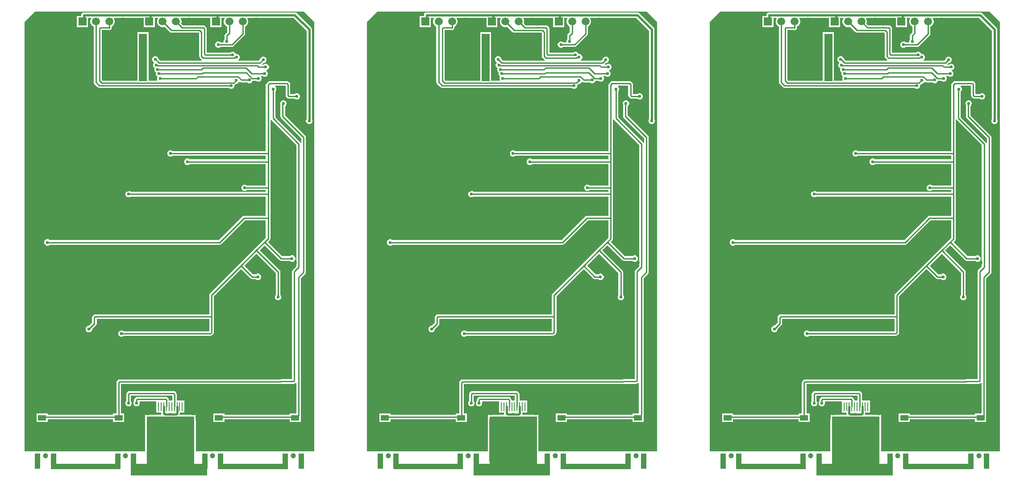
<source format=gbl>
G04*
G04 #@! TF.GenerationSoftware,Altium Limited,Altium Designer,23.6.0 (18)*
G04*
G04 Layer_Physical_Order=2*
G04 Layer_Color=16711680*
%FSLAX44Y44*%
%MOMM*%
G71*
G04*
G04 #@! TF.SameCoordinates,59697A40-66F3-49E2-9A90-2B25EFB93BE2*
G04*
G04*
G04 #@! TF.FilePolarity,Positive*
G04*
G01*
G75*
%ADD30R,0.2000X1.7000*%
%ADD31C,0.4000*%
%ADD33C,0.2540*%
%ADD35C,1.0000*%
%ADD36R,1.5000X9.0000*%
%ADD37R,9.0000X2.0000*%
%ADD38R,9.0000X1.0000*%
%ADD39R,1.0000X3.0000*%
%ADD40O,1.0000X9.0000*%
%ADD41C,1.5000*%
%ADD42R,1.5000X1.5000*%
%ADD43O,9.0000X1.0000*%
%ADD44R,0.5700X2.0000*%
%ADD45R,9.0000X9.0000*%
%ADD46C,0.6000*%
%ADD47R,1.5000X1.0000*%
G36*
X2110000Y1250000D02*
Y435000D01*
X1885069D01*
Y493750D01*
X1885000Y494274D01*
Y495476D01*
X1885069Y496000D01*
X1885000Y496524D01*
Y504000D01*
X1877524D01*
X1877000Y504069D01*
X1854673D01*
X1854074Y505189D01*
X1854210Y505392D01*
X1854598Y507343D01*
Y508250D01*
X1863500D01*
Y531250D01*
X1848854D01*
Y543512D01*
X1848522Y545178D01*
X1847578Y546591D01*
X1846091Y548078D01*
X1844678Y549022D01*
X1843012Y549354D01*
X1759238D01*
X1757572Y549022D01*
X1756159Y548078D01*
X1754671Y546591D01*
X1753728Y545178D01*
X1753396Y543512D01*
Y530369D01*
X1752791Y529764D01*
X1751877Y527558D01*
Y525171D01*
X1752791Y522966D01*
X1754478Y521278D01*
X1756684Y520365D01*
X1759071D01*
X1761276Y521278D01*
X1762964Y522966D01*
X1763877Y525171D01*
Y527558D01*
X1762964Y529764D01*
X1762104Y530624D01*
Y540646D01*
X1840146D01*
Y531250D01*
X1833854D01*
Y532762D01*
X1833522Y534428D01*
X1832579Y535841D01*
X1831091Y537328D01*
X1829678Y538272D01*
X1828012Y538604D01*
X1773988D01*
X1772322Y538272D01*
X1770909Y537328D01*
X1769422Y535841D01*
X1768478Y534428D01*
X1768146Y532762D01*
Y530882D01*
X1767413Y530149D01*
X1766500Y527943D01*
Y525556D01*
X1767413Y523351D01*
X1769101Y521663D01*
X1771306Y520750D01*
X1773694D01*
X1775899Y521663D01*
X1777587Y523351D01*
X1778500Y525556D01*
Y527943D01*
X1778129Y528840D01*
X1778834Y529896D01*
X1810500D01*
Y508250D01*
X1819402D01*
Y507343D01*
X1819790Y505392D01*
X1819926Y505189D01*
X1819327Y504069D01*
X1797000D01*
X1796476Y504000D01*
X1789000D01*
Y496524D01*
X1788931Y496000D01*
X1788947Y495875D01*
X1788931Y495750D01*
Y435000D01*
X1560000D01*
Y1250000D01*
X1580000Y1270000D01*
X2090000D01*
X2110000Y1250000D01*
D02*
G37*
G36*
X810000D02*
Y435000D01*
X585069D01*
Y493750D01*
X585000Y494274D01*
Y495476D01*
X585069Y496000D01*
X585000Y496524D01*
Y504000D01*
X577524D01*
X577000Y504069D01*
X554673D01*
X554074Y505189D01*
X554210Y505392D01*
X554598Y507343D01*
Y508250D01*
X563500D01*
Y531250D01*
X548854D01*
Y543512D01*
X548522Y545178D01*
X547579Y546591D01*
X546091Y548078D01*
X544678Y549022D01*
X543012Y549354D01*
X459238D01*
X457572Y549022D01*
X456159Y548078D01*
X454672Y546591D01*
X453728Y545178D01*
X453396Y543512D01*
Y530369D01*
X452791Y529764D01*
X451877Y527558D01*
Y525171D01*
X452791Y522966D01*
X454478Y521278D01*
X456684Y520365D01*
X459071D01*
X461276Y521278D01*
X462964Y522966D01*
X463877Y525171D01*
Y527558D01*
X462964Y529764D01*
X462104Y530624D01*
Y540646D01*
X540146D01*
Y531250D01*
X533854D01*
Y532762D01*
X533522Y534428D01*
X532579Y535841D01*
X531091Y537328D01*
X529678Y538272D01*
X528012Y538604D01*
X473988D01*
X472322Y538272D01*
X470909Y537328D01*
X469422Y535841D01*
X468478Y534428D01*
X468146Y532762D01*
Y530882D01*
X467413Y530149D01*
X466500Y527943D01*
Y525556D01*
X467413Y523351D01*
X469101Y521663D01*
X471306Y520750D01*
X473694D01*
X475899Y521663D01*
X477587Y523351D01*
X478500Y525556D01*
Y527943D01*
X478129Y528840D01*
X478834Y529896D01*
X510500D01*
Y508250D01*
X519402D01*
Y507343D01*
X519790Y505392D01*
X519926Y505189D01*
X519327Y504069D01*
X497000D01*
X496476Y504000D01*
X489000D01*
Y496524D01*
X488931Y496000D01*
X488947Y495875D01*
X488931Y495750D01*
Y435000D01*
X260000D01*
Y1250000D01*
X280000Y1270000D01*
X790000D01*
X810000Y1250000D01*
D02*
G37*
G36*
X1460000Y1250000D02*
Y435000D01*
X1235069D01*
Y493750D01*
X1235000Y494274D01*
Y495476D01*
X1235069Y496000D01*
X1235000Y496524D01*
Y504000D01*
X1227524D01*
X1227000Y504069D01*
X1204673D01*
X1204074Y505189D01*
X1204210Y505392D01*
X1204598Y507343D01*
Y508250D01*
X1213500D01*
Y531250D01*
X1198854D01*
Y543512D01*
X1198522Y545178D01*
X1197579Y546591D01*
X1196090Y548078D01*
X1194678Y549022D01*
X1193012Y549354D01*
X1109238D01*
X1107572Y549022D01*
X1106159Y548078D01*
X1104671Y546591D01*
X1103728Y545178D01*
X1103396Y543512D01*
Y530369D01*
X1102791Y529764D01*
X1101877Y527558D01*
Y525171D01*
X1102791Y522966D01*
X1104478Y521278D01*
X1106684Y520365D01*
X1109071D01*
X1111276Y521278D01*
X1112964Y522966D01*
X1113877Y525171D01*
Y527558D01*
X1112964Y529764D01*
X1112104Y530624D01*
Y540646D01*
X1190146D01*
Y531250D01*
X1183854D01*
Y532762D01*
X1183522Y534428D01*
X1182579Y535841D01*
X1181091Y537328D01*
X1179678Y538272D01*
X1178012Y538604D01*
X1123988D01*
X1122322Y538272D01*
X1120909Y537328D01*
X1119421Y535841D01*
X1118478Y534428D01*
X1118146Y532762D01*
Y530882D01*
X1117413Y530149D01*
X1116500Y527943D01*
Y525556D01*
X1117413Y523351D01*
X1119101Y521663D01*
X1121307Y520750D01*
X1123693D01*
X1125899Y521663D01*
X1127587Y523351D01*
X1128500Y525556D01*
Y527943D01*
X1128129Y528840D01*
X1128834Y529896D01*
X1160500D01*
Y508250D01*
X1169402D01*
Y507343D01*
X1169790Y505392D01*
X1169926Y505189D01*
X1169327Y504069D01*
X1147000D01*
X1146476Y504000D01*
X1139000D01*
Y496524D01*
X1138931Y496000D01*
X1138947Y495875D01*
X1138931Y495750D01*
Y435000D01*
X910000D01*
Y1250000D01*
X930000Y1270000D01*
X1440000D01*
X1460000Y1250000D01*
D02*
G37*
%LPC*%
G36*
X2058262Y1137604D02*
X2024750D01*
X2023084Y1137272D01*
X2021671Y1136329D01*
X2019171Y1133829D01*
X2018228Y1132416D01*
X2017896Y1130750D01*
Y1004713D01*
X1841069D01*
X1840337Y1005446D01*
X1838131Y1006360D01*
X1835744D01*
X1833539Y1005446D01*
X1831851Y1003758D01*
X1830938Y1001553D01*
Y999166D01*
X1831851Y996961D01*
X1833539Y995273D01*
X1835744Y994360D01*
X1838131D01*
X1840337Y995273D01*
X1841069Y996006D01*
X2017896D01*
Y989219D01*
X1873259D01*
X1872526Y989951D01*
X1870321Y990865D01*
X1867934D01*
X1865728Y989951D01*
X1864041Y988264D01*
X1863127Y986058D01*
Y983671D01*
X1864041Y981466D01*
X1865728Y979778D01*
X1867934Y978865D01*
X1870321D01*
X1872526Y979778D01*
X1873259Y980511D01*
X2017896D01*
Y939718D01*
X1982017D01*
X1981149Y940587D01*
X1978943Y941500D01*
X1976557D01*
X1974351Y940587D01*
X1972663Y938899D01*
X1971750Y936693D01*
Y934306D01*
X1972663Y932101D01*
X1974351Y930414D01*
X1976557Y929500D01*
X1978943D01*
X1981149Y930414D01*
X1981747Y931011D01*
X2017896D01*
Y927468D01*
X1762267D01*
X1761399Y928336D01*
X1759194Y929250D01*
X1756806D01*
X1754601Y928336D01*
X1752914Y926649D01*
X1752000Y924444D01*
Y922057D01*
X1752914Y919851D01*
X1754601Y918163D01*
X1756806Y917250D01*
X1759194D01*
X1761399Y918163D01*
X1761997Y918761D01*
X2017896D01*
Y882104D01*
X1976750D01*
X1975084Y881772D01*
X1973672Y880828D01*
X1928812Y835968D01*
X1607759D01*
X1607026Y836702D01*
X1604821Y837615D01*
X1602434D01*
X1600228Y836702D01*
X1598541Y835014D01*
X1597627Y832808D01*
Y830421D01*
X1598541Y828216D01*
X1600228Y826528D01*
X1602434Y825615D01*
X1604821D01*
X1607026Y826528D01*
X1607759Y827261D01*
X1930615D01*
X1932281Y827593D01*
X1933693Y828536D01*
X1978553Y873396D01*
X2017896D01*
Y840553D01*
X2012797Y835453D01*
X2012796Y835453D01*
X1996922Y819578D01*
X1967796Y790453D01*
X1911799Y734456D01*
X1910855Y733043D01*
X1910524Y731377D01*
Y695104D01*
X1694238D01*
X1692572Y694772D01*
X1691159Y693829D01*
X1689671Y692341D01*
X1688728Y690928D01*
X1688396Y689262D01*
Y679291D01*
X1682470Y673365D01*
X1681434D01*
X1679228Y672451D01*
X1677541Y670764D01*
X1676627Y668558D01*
Y666171D01*
X1677541Y663966D01*
X1679228Y662278D01*
X1681434Y661365D01*
X1683821D01*
X1686026Y662278D01*
X1687714Y663966D01*
X1688627Y666171D01*
Y667208D01*
X1695829Y674409D01*
X1696772Y675822D01*
X1697104Y677488D01*
Y686396D01*
X1910524D01*
Y663104D01*
X1748382D01*
X1747649Y663837D01*
X1745444Y664750D01*
X1743056D01*
X1740851Y663837D01*
X1739164Y662149D01*
X1738250Y659943D01*
Y657557D01*
X1739164Y655351D01*
X1740851Y653663D01*
X1743056Y652750D01*
X1745444D01*
X1747649Y653663D01*
X1748382Y654396D01*
X1913024D01*
X1914690Y654728D01*
X1916103Y655671D01*
X1917956Y657524D01*
X1918899Y658937D01*
X1919231Y660603D01*
Y729574D01*
X1970875Y781218D01*
X1988807Y763286D01*
X1990219Y762343D01*
X1991885Y762011D01*
X1998746D01*
X1999478Y761278D01*
X2001684Y760365D01*
X2004071D01*
X2006276Y761278D01*
X2007964Y762966D01*
X2008877Y765171D01*
Y767558D01*
X2007964Y769764D01*
X2006276Y771451D01*
X2004071Y772365D01*
X2001684D01*
X1999478Y771451D01*
X1998746Y770719D01*
X1993688D01*
X1977032Y787375D01*
X2000000Y810343D01*
X2036774Y773569D01*
Y731747D01*
X2036041Y731014D01*
X2035127Y728808D01*
Y726421D01*
X2036041Y724216D01*
X2037728Y722528D01*
X2039934Y721615D01*
X2042321D01*
X2044526Y722528D01*
X2046214Y724216D01*
X2047127Y726421D01*
Y728808D01*
X2046214Y731014D01*
X2045481Y731747D01*
Y775373D01*
X2045149Y777039D01*
X2044206Y778451D01*
X2006157Y816500D01*
X2015875Y826218D01*
X2044057Y798036D01*
X2045469Y797093D01*
X2047135Y796761D01*
X2063746D01*
X2064478Y796028D01*
X2066684Y795115D01*
X2069071D01*
X2071276Y796028D01*
X2072964Y797716D01*
X2073877Y799921D01*
Y802308D01*
X2072964Y804514D01*
X2071276Y806201D01*
X2069071Y807115D01*
X2066684D01*
X2064478Y806201D01*
X2063746Y805469D01*
X2048938D01*
X2022032Y832375D01*
X2025329Y835671D01*
X2026272Y837084D01*
X2026604Y838750D01*
Y1064904D01*
X2026852Y1064999D01*
X2027874Y1065116D01*
X2028672Y1063922D01*
X2075896Y1016697D01*
Y786053D01*
X2068922Y779079D01*
X2067978Y777666D01*
X2067646Y776000D01*
Y571854D01*
X2046500D01*
X2045243Y571604D01*
X1740488D01*
X1738822Y571272D01*
X1737409Y570328D01*
X1735921Y568841D01*
X1734978Y567428D01*
X1734646Y565762D01*
Y506750D01*
X1728250D01*
Y504354D01*
X1604250D01*
Y506750D01*
X1583250D01*
Y490750D01*
X1604250D01*
Y495646D01*
X1728250D01*
Y490750D01*
X1749250D01*
Y506750D01*
X1743354D01*
Y562896D01*
X2046250D01*
X2047507Y563146D01*
X2070512D01*
X2072178Y563478D01*
X2073591Y564422D01*
X2074376Y565207D01*
X2075646Y564681D01*
Y506750D01*
X2063250D01*
Y504354D01*
X1939250D01*
Y506750D01*
X1918250D01*
Y490750D01*
X1939250D01*
Y495646D01*
X2063250D01*
Y490750D01*
X2084250D01*
Y502059D01*
X2084334Y502480D01*
Y503867D01*
X2084354Y503968D01*
Y763697D01*
X2092829Y772171D01*
X2093772Y773584D01*
X2094104Y775250D01*
Y1031000D01*
X2093772Y1032666D01*
X2092829Y1034079D01*
X2054354Y1072553D01*
Y1090207D01*
X2054526Y1090278D01*
X2056214Y1091966D01*
X2057127Y1094171D01*
Y1096558D01*
X2056214Y1098764D01*
X2054526Y1100451D01*
X2052321Y1101365D01*
X2049934D01*
X2047728Y1100451D01*
X2046041Y1098764D01*
X2045127Y1096558D01*
Y1094171D01*
X2045646Y1092918D01*
Y1070750D01*
X2045978Y1069084D01*
X2046922Y1067672D01*
X2085396Y1029197D01*
Y1020596D01*
X2085148Y1020501D01*
X2084126Y1020384D01*
X2083329Y1021579D01*
X2036104Y1068803D01*
Y1118118D01*
X2037337Y1119351D01*
X2038250Y1121556D01*
Y1123943D01*
X2037337Y1126149D01*
X2035859Y1127626D01*
X2036091Y1128619D01*
X2036248Y1128896D01*
X2055396D01*
Y1110730D01*
X2055728Y1109064D01*
X2056671Y1107651D01*
X2058536Y1105786D01*
X2059949Y1104843D01*
X2061615Y1104511D01*
X2072496D01*
X2073228Y1103778D01*
X2075434Y1102865D01*
X2077821D01*
X2080026Y1103778D01*
X2081714Y1105466D01*
X2082627Y1107671D01*
Y1110058D01*
X2081714Y1112264D01*
X2080026Y1113951D01*
X2077821Y1114865D01*
X2075434D01*
X2073228Y1113951D01*
X2072496Y1113219D01*
X2064104D01*
Y1131762D01*
X2063772Y1133428D01*
X2062829Y1134841D01*
X2061341Y1136329D01*
X2059928Y1137272D01*
X2058262Y1137604D01*
D02*
G37*
G36*
X2072750Y1268348D02*
X1672843D01*
X1670892Y1267960D01*
X1669238Y1266855D01*
X1668133Y1265201D01*
X1667745Y1263250D01*
Y1261250D01*
X1659700D01*
Y1240250D01*
X1680700D01*
Y1258152D01*
X1686515D01*
X1687016Y1256882D01*
X1685816Y1254803D01*
X1685100Y1252132D01*
Y1249368D01*
X1685816Y1246697D01*
X1687198Y1244303D01*
X1689153Y1242348D01*
X1691246Y1241139D01*
Y1135630D01*
X1691578Y1133964D01*
X1692522Y1132551D01*
X1698651Y1126422D01*
X1700064Y1125478D01*
X1701730Y1125146D01*
X1947975D01*
X1949228Y1123894D01*
X1951434Y1122980D01*
X1953821D01*
X1956026Y1123894D01*
X1957714Y1125581D01*
X1958627Y1127786D01*
Y1130173D01*
X1958587Y1130270D01*
X1958698Y1130478D01*
X1960111Y1131422D01*
X1961689Y1133000D01*
X1963194D01*
X1965399Y1133913D01*
X1967087Y1135601D01*
X1967316Y1136156D01*
X1968812Y1136449D01*
X1969719Y1135843D01*
X1971385Y1135511D01*
X1982746D01*
X1983478Y1134778D01*
X1985684Y1133865D01*
X1988071D01*
X1990276Y1134778D01*
X1991964Y1136466D01*
X1992877Y1138671D01*
Y1138761D01*
X1999496D01*
X2000228Y1138028D01*
X2002434Y1137115D01*
X2004821D01*
X2007026Y1138028D01*
X2008714Y1139716D01*
X2009627Y1141921D01*
Y1144308D01*
X2008714Y1146514D01*
X2008639Y1146588D01*
X2009125Y1147761D01*
X2011996D01*
X2012728Y1147028D01*
X2014934Y1146115D01*
X2017321D01*
X2019526Y1147028D01*
X2021214Y1148716D01*
X2022127Y1150921D01*
Y1153308D01*
X2021214Y1155514D01*
X2019526Y1157201D01*
X2019125Y1157367D01*
X2019095Y1158051D01*
X2019251Y1158690D01*
X2021276Y1159528D01*
X2022964Y1161216D01*
X2023877Y1163421D01*
Y1165808D01*
X2022964Y1168014D01*
X2021276Y1169701D01*
X2019071Y1170615D01*
X2016684D01*
X2014478Y1169701D01*
X2013746Y1168969D01*
X2011184D01*
X2010658Y1170238D01*
X2013034Y1172615D01*
X2014071D01*
X2016276Y1173528D01*
X2017964Y1175216D01*
X2018877Y1177421D01*
Y1179808D01*
X2017964Y1182014D01*
X2016276Y1183701D01*
X2014071Y1184615D01*
X2011684D01*
X2009478Y1183701D01*
X2007791Y1182014D01*
X2006877Y1179808D01*
Y1178772D01*
X2004959Y1176854D01*
X1965805D01*
X1965553Y1178124D01*
X1965649Y1178164D01*
X1967337Y1179851D01*
X1968250Y1182057D01*
Y1184444D01*
X1967337Y1186649D01*
X1965649Y1188337D01*
X1963443Y1189250D01*
X1961057D01*
X1961011Y1189231D01*
X1960337Y1190859D01*
X1958649Y1192547D01*
X1956443Y1193460D01*
X1954057D01*
X1951851Y1192547D01*
X1951118Y1191814D01*
X1905604D01*
Y1237650D01*
X1905272Y1239316D01*
X1904328Y1240728D01*
X1902653Y1242403D01*
X1901241Y1243347D01*
X1899575Y1243679D01*
X1860878D01*
X1857524Y1247033D01*
X1858150Y1249368D01*
Y1252132D01*
X1857434Y1254803D01*
X1856234Y1256882D01*
X1856735Y1258152D01*
X1912850D01*
Y1240250D01*
X1933850D01*
Y1258152D01*
X1939665D01*
X1940166Y1256882D01*
X1938966Y1254803D01*
X1938250Y1252132D01*
Y1249368D01*
X1938966Y1246697D01*
X1940348Y1244303D01*
X1942303Y1242348D01*
X1944396Y1241139D01*
Y1230910D01*
X1940921Y1227436D01*
X1939978Y1226023D01*
X1939646Y1224357D01*
Y1217382D01*
X1938913Y1216649D01*
X1938000Y1214444D01*
Y1212057D01*
X1937607Y1211469D01*
X1931759D01*
X1931026Y1212201D01*
X1928821Y1213115D01*
X1926434D01*
X1924228Y1212201D01*
X1922541Y1210514D01*
X1921627Y1208308D01*
Y1205921D01*
X1922541Y1203716D01*
X1924228Y1202028D01*
X1926434Y1201115D01*
X1928821D01*
X1931026Y1202028D01*
X1931759Y1202761D01*
X1953615D01*
X1955281Y1203093D01*
X1956693Y1204036D01*
X1977229Y1224572D01*
X1978172Y1225984D01*
X1978504Y1227650D01*
Y1241139D01*
X1980597Y1242348D01*
X1982552Y1244303D01*
X1983934Y1246697D01*
X1984650Y1249368D01*
Y1252132D01*
X1983934Y1254803D01*
X1982734Y1256882D01*
X1983235Y1258152D01*
X2070638D01*
X2095029Y1233761D01*
Y1065736D01*
X2094127Y1063558D01*
Y1061171D01*
X2095041Y1058966D01*
X2096728Y1057278D01*
X2098934Y1056365D01*
X2101321D01*
X2103526Y1057278D01*
X2105214Y1058966D01*
X2106127Y1061171D01*
Y1063558D01*
X2105225Y1065736D01*
Y1235873D01*
X2104837Y1237824D01*
X2103732Y1239478D01*
X2076355Y1266855D01*
X2074701Y1267960D01*
X2072750Y1268348D01*
D02*
G37*
%LPD*%
G36*
X1813666Y1256882D02*
X1812466Y1254803D01*
X1811750Y1252132D01*
Y1249368D01*
X1812466Y1246697D01*
X1813848Y1244303D01*
X1815803Y1242348D01*
X1818197Y1240966D01*
X1820868Y1240250D01*
X1823632D01*
X1825967Y1240876D01*
X1835921Y1230921D01*
X1837334Y1229978D01*
X1839000Y1229646D01*
X1890697D01*
X1891646Y1228697D01*
Y1184738D01*
X1891978Y1183072D01*
X1892921Y1181659D01*
X1895719Y1178861D01*
X1896824Y1178124D01*
X1896467Y1176854D01*
X1817303D01*
X1814400Y1179756D01*
Y1180291D01*
X1813487Y1182497D01*
X1811799Y1184184D01*
X1809594Y1185098D01*
X1807207D01*
X1805002Y1184184D01*
X1803314Y1182497D01*
X1802401Y1180291D01*
Y1177904D01*
X1803314Y1175699D01*
X1805002Y1174011D01*
X1805414Y1173840D01*
X1805662Y1172595D01*
X1804814Y1171747D01*
X1803900Y1169541D01*
Y1167154D01*
X1804814Y1164949D01*
X1806502Y1163261D01*
X1807621Y1162797D01*
X1806750Y1160694D01*
Y1158307D01*
X1807663Y1156101D01*
X1809351Y1154414D01*
X1809821Y1154219D01*
X1809500Y1153444D01*
Y1151057D01*
X1810413Y1148851D01*
X1812101Y1147163D01*
X1812327Y1145940D01*
X1811500Y1143943D01*
Y1141556D01*
X1812094Y1140124D01*
X1811252Y1138854D01*
X1795500D01*
Y1230500D01*
X1774500D01*
Y1138854D01*
X1708803D01*
X1707104Y1140553D01*
Y1235146D01*
X1718707D01*
X1719334Y1234728D01*
X1721000Y1234396D01*
X1722666Y1234728D01*
X1724079Y1235671D01*
X1725022Y1237084D01*
X1725354Y1238750D01*
Y1241139D01*
X1727447Y1242348D01*
X1729402Y1244303D01*
X1730784Y1246697D01*
X1731500Y1249368D01*
Y1252132D01*
X1730784Y1254803D01*
X1729584Y1256882D01*
X1730085Y1258152D01*
X1786350D01*
Y1240250D01*
X1807350D01*
Y1258152D01*
X1813165D01*
X1813666Y1256882D01*
D02*
G37*
%LPC*%
G36*
X758262Y1137604D02*
X724750D01*
X723084Y1137272D01*
X721672Y1136329D01*
X719172Y1133829D01*
X718228Y1132416D01*
X717896Y1130750D01*
Y1004713D01*
X541069D01*
X540336Y1005446D01*
X538131Y1006360D01*
X535744D01*
X533539Y1005446D01*
X531851Y1003758D01*
X530938Y1001553D01*
Y999166D01*
X531851Y996961D01*
X533539Y995273D01*
X535744Y994360D01*
X538131D01*
X540336Y995273D01*
X541069Y996006D01*
X717896D01*
Y989219D01*
X573259D01*
X572526Y989951D01*
X570321Y990865D01*
X567934D01*
X565728Y989951D01*
X564041Y988264D01*
X563127Y986058D01*
Y983671D01*
X564041Y981466D01*
X565728Y979778D01*
X567934Y978865D01*
X570321D01*
X572526Y979778D01*
X573259Y980511D01*
X717896D01*
Y939718D01*
X682017D01*
X681149Y940587D01*
X678943Y941500D01*
X676556D01*
X674351Y940587D01*
X672663Y938899D01*
X671750Y936693D01*
Y934306D01*
X672663Y932101D01*
X674351Y930414D01*
X676556Y929500D01*
X678943D01*
X681149Y930414D01*
X681747Y931011D01*
X717896D01*
Y927468D01*
X462267D01*
X461399Y928336D01*
X459193Y929250D01*
X456806D01*
X454601Y928336D01*
X452913Y926649D01*
X452000Y924444D01*
Y922057D01*
X452913Y919851D01*
X454601Y918163D01*
X456806Y917250D01*
X459193D01*
X461399Y918163D01*
X461996Y918761D01*
X717896D01*
Y882104D01*
X676750D01*
X675084Y881772D01*
X673671Y880828D01*
X628811Y835968D01*
X307759D01*
X307026Y836702D01*
X304821Y837615D01*
X302434D01*
X300228Y836702D01*
X298541Y835014D01*
X297627Y832808D01*
Y830421D01*
X298541Y828216D01*
X300228Y826528D01*
X302434Y825615D01*
X304821D01*
X307026Y826528D01*
X307759Y827261D01*
X630615D01*
X632281Y827593D01*
X633693Y828536D01*
X678553Y873396D01*
X717896D01*
Y840553D01*
X712797Y835453D01*
X712796Y835453D01*
X696921Y819578D01*
X667796Y790453D01*
X611799Y734456D01*
X610855Y733043D01*
X610523Y731377D01*
Y695104D01*
X394238D01*
X392572Y694772D01*
X391159Y693829D01*
X389672Y692341D01*
X388728Y690928D01*
X388396Y689262D01*
Y679291D01*
X382470Y673365D01*
X381434D01*
X379228Y672451D01*
X377541Y670764D01*
X376627Y668558D01*
Y666171D01*
X377541Y663966D01*
X379228Y662278D01*
X381434Y661365D01*
X383821D01*
X386026Y662278D01*
X387714Y663966D01*
X388627Y666171D01*
Y667208D01*
X395829Y674409D01*
X396772Y675822D01*
X397104Y677488D01*
Y686396D01*
X610523D01*
Y663104D01*
X448382D01*
X447649Y663837D01*
X445443Y664750D01*
X443056D01*
X440851Y663837D01*
X439163Y662149D01*
X438250Y659943D01*
Y657557D01*
X439163Y655351D01*
X440851Y653663D01*
X443056Y652750D01*
X445443D01*
X447649Y653663D01*
X448382Y654396D01*
X613024D01*
X614690Y654728D01*
X616103Y655671D01*
X617956Y657524D01*
X618899Y658937D01*
X619231Y660603D01*
Y729574D01*
X670875Y781218D01*
X688807Y763286D01*
X690219Y762343D01*
X691885Y762011D01*
X698745D01*
X699478Y761278D01*
X701684Y760365D01*
X704071D01*
X706276Y761278D01*
X707964Y762966D01*
X708877Y765171D01*
Y767558D01*
X707964Y769764D01*
X706276Y771451D01*
X704071Y772365D01*
X701684D01*
X699478Y771451D01*
X698745Y770719D01*
X693688D01*
X677032Y787375D01*
X700000Y810343D01*
X736774Y773569D01*
Y731747D01*
X736041Y731014D01*
X735127Y728808D01*
Y726421D01*
X736041Y724216D01*
X737728Y722528D01*
X739934Y721615D01*
X742321D01*
X744526Y722528D01*
X746214Y724216D01*
X747127Y726421D01*
Y728808D01*
X746214Y731014D01*
X745481Y731747D01*
Y775373D01*
X745149Y777039D01*
X744206Y778451D01*
X706157Y816500D01*
X715875Y826218D01*
X744057Y798036D01*
X745469Y797093D01*
X747135Y796761D01*
X763745D01*
X764478Y796028D01*
X766684Y795115D01*
X769071D01*
X771276Y796028D01*
X772964Y797716D01*
X773877Y799921D01*
Y802308D01*
X772964Y804514D01*
X771276Y806201D01*
X769071Y807115D01*
X766684D01*
X764478Y806201D01*
X763745Y805469D01*
X748939D01*
X722032Y832375D01*
X725329Y835671D01*
X726272Y837084D01*
X726604Y838750D01*
Y1064904D01*
X726852Y1064999D01*
X727874Y1065116D01*
X728671Y1063922D01*
X775896Y1016697D01*
Y786053D01*
X768922Y779079D01*
X767978Y777666D01*
X767646Y776000D01*
Y571854D01*
X746500D01*
X745243Y571604D01*
X440488D01*
X438822Y571272D01*
X437409Y570328D01*
X435922Y568841D01*
X434978Y567428D01*
X434646Y565762D01*
Y506750D01*
X428250D01*
Y504354D01*
X304250D01*
Y506750D01*
X283250D01*
Y490750D01*
X304250D01*
Y495646D01*
X428250D01*
Y490750D01*
X449250D01*
Y506750D01*
X443354D01*
Y562896D01*
X746250D01*
X747507Y563146D01*
X770512D01*
X772178Y563478D01*
X773591Y564422D01*
X774376Y565207D01*
X775646Y564681D01*
Y506750D01*
X763250D01*
Y504354D01*
X639250D01*
Y506750D01*
X618250D01*
Y490750D01*
X639250D01*
Y495646D01*
X763250D01*
Y490750D01*
X784250D01*
Y502059D01*
X784334Y502480D01*
Y503867D01*
X784354Y503968D01*
Y763697D01*
X792829Y772171D01*
X793772Y773584D01*
X794104Y775250D01*
Y1031000D01*
X793772Y1032666D01*
X792829Y1034079D01*
X754354Y1072553D01*
Y1090207D01*
X754526Y1090278D01*
X756214Y1091966D01*
X757127Y1094171D01*
Y1096558D01*
X756214Y1098764D01*
X754526Y1100451D01*
X752321Y1101365D01*
X749934D01*
X747728Y1100451D01*
X746041Y1098764D01*
X745127Y1096558D01*
Y1094171D01*
X745646Y1092918D01*
Y1070750D01*
X745978Y1069084D01*
X746921Y1067672D01*
X785396Y1029197D01*
Y1020596D01*
X785148Y1020501D01*
X784126Y1020384D01*
X783328Y1021579D01*
X736104Y1068803D01*
Y1118118D01*
X737337Y1119351D01*
X738250Y1121556D01*
Y1123943D01*
X737337Y1126149D01*
X735859Y1127626D01*
X736091Y1128619D01*
X736248Y1128896D01*
X755396D01*
Y1110730D01*
X755728Y1109064D01*
X756672Y1107651D01*
X758536Y1105786D01*
X759949Y1104843D01*
X761615Y1104511D01*
X772495D01*
X773228Y1103778D01*
X775434Y1102865D01*
X777821D01*
X780026Y1103778D01*
X781714Y1105466D01*
X782627Y1107671D01*
Y1110058D01*
X781714Y1112264D01*
X780026Y1113951D01*
X777821Y1114865D01*
X775434D01*
X773228Y1113951D01*
X772495Y1113219D01*
X764104D01*
Y1131762D01*
X763772Y1133428D01*
X762829Y1134841D01*
X761341Y1136329D01*
X759928Y1137272D01*
X758262Y1137604D01*
D02*
G37*
G36*
X772750Y1268348D02*
X372843D01*
X370892Y1267960D01*
X369238Y1266855D01*
X368133Y1265201D01*
X367745Y1263250D01*
Y1261250D01*
X359700D01*
Y1240250D01*
X380700D01*
Y1258152D01*
X386515D01*
X387016Y1256882D01*
X385816Y1254803D01*
X385100Y1252132D01*
Y1249368D01*
X385816Y1246697D01*
X387198Y1244303D01*
X389153Y1242348D01*
X391246Y1241139D01*
Y1135630D01*
X391578Y1133964D01*
X392522Y1132551D01*
X398651Y1126422D01*
X400064Y1125478D01*
X401730Y1125146D01*
X647975D01*
X649228Y1123894D01*
X651434Y1122980D01*
X653821D01*
X656026Y1123894D01*
X657714Y1125581D01*
X658627Y1127786D01*
Y1130173D01*
X658587Y1130270D01*
X658698Y1130478D01*
X660111Y1131422D01*
X661689Y1133000D01*
X663194D01*
X665399Y1133913D01*
X667086Y1135601D01*
X667317Y1136156D01*
X668812Y1136449D01*
X669719Y1135843D01*
X671385Y1135511D01*
X682746D01*
X683478Y1134778D01*
X685684Y1133865D01*
X688071D01*
X690276Y1134778D01*
X691964Y1136466D01*
X692877Y1138671D01*
Y1138761D01*
X699495D01*
X700228Y1138028D01*
X702434Y1137115D01*
X704821D01*
X707026Y1138028D01*
X708714Y1139716D01*
X709627Y1141921D01*
Y1144308D01*
X708714Y1146514D01*
X708639Y1146588D01*
X709125Y1147761D01*
X711995D01*
X712728Y1147028D01*
X714934Y1146115D01*
X717321D01*
X719526Y1147028D01*
X721214Y1148716D01*
X722127Y1150921D01*
Y1153308D01*
X721214Y1155514D01*
X719526Y1157201D01*
X719125Y1157367D01*
X719095Y1158051D01*
X719251Y1158690D01*
X721276Y1159528D01*
X722964Y1161216D01*
X723877Y1163421D01*
Y1165808D01*
X722964Y1168014D01*
X721276Y1169701D01*
X719071Y1170615D01*
X716684D01*
X714478Y1169701D01*
X713745Y1168969D01*
X711184D01*
X710658Y1170238D01*
X713034Y1172615D01*
X714071D01*
X716276Y1173528D01*
X717964Y1175216D01*
X718877Y1177421D01*
Y1179808D01*
X717964Y1182014D01*
X716276Y1183701D01*
X714071Y1184615D01*
X711684D01*
X709478Y1183701D01*
X707791Y1182014D01*
X706877Y1179808D01*
Y1178772D01*
X704959Y1176854D01*
X665805D01*
X665553Y1178124D01*
X665649Y1178164D01*
X667337Y1179851D01*
X668250Y1182057D01*
Y1184444D01*
X667337Y1186649D01*
X665649Y1188337D01*
X663444Y1189250D01*
X661057D01*
X661011Y1189231D01*
X660337Y1190859D01*
X658649Y1192547D01*
X656443Y1193460D01*
X654056D01*
X651851Y1192547D01*
X651118Y1191814D01*
X605604D01*
Y1237650D01*
X605272Y1239316D01*
X604328Y1240728D01*
X602653Y1242403D01*
X601241Y1243347D01*
X599575Y1243679D01*
X560878D01*
X557524Y1247033D01*
X558150Y1249368D01*
Y1252132D01*
X557434Y1254803D01*
X556234Y1256882D01*
X556735Y1258152D01*
X612850D01*
Y1240250D01*
X633850D01*
Y1258152D01*
X639665D01*
X640166Y1256882D01*
X638965Y1254803D01*
X638250Y1252132D01*
Y1249368D01*
X638965Y1246697D01*
X640348Y1244303D01*
X642303Y1242348D01*
X644396Y1241139D01*
Y1230910D01*
X640921Y1227436D01*
X639978Y1226023D01*
X639646Y1224357D01*
Y1217382D01*
X638913Y1216649D01*
X638000Y1214444D01*
Y1212057D01*
X637607Y1211469D01*
X631759D01*
X631026Y1212201D01*
X628821Y1213115D01*
X626434D01*
X624228Y1212201D01*
X622541Y1210514D01*
X621627Y1208308D01*
Y1205921D01*
X622541Y1203716D01*
X624228Y1202028D01*
X626434Y1201115D01*
X628821D01*
X631026Y1202028D01*
X631759Y1202761D01*
X653615D01*
X655281Y1203093D01*
X656693Y1204036D01*
X677228Y1224572D01*
X678172Y1225984D01*
X678504Y1227650D01*
Y1241139D01*
X680597Y1242348D01*
X682552Y1244303D01*
X683934Y1246697D01*
X684650Y1249368D01*
Y1252132D01*
X683934Y1254803D01*
X682734Y1256882D01*
X683235Y1258152D01*
X770638D01*
X795029Y1233761D01*
Y1065736D01*
X794127Y1063558D01*
Y1061171D01*
X795041Y1058966D01*
X796728Y1057278D01*
X798934Y1056365D01*
X801321D01*
X803526Y1057278D01*
X805214Y1058966D01*
X806127Y1061171D01*
Y1063558D01*
X805225Y1065736D01*
Y1235873D01*
X804837Y1237824D01*
X803732Y1239478D01*
X776355Y1266855D01*
X774701Y1267960D01*
X772750Y1268348D01*
D02*
G37*
%LPD*%
G36*
X513666Y1256882D02*
X512466Y1254803D01*
X511750Y1252132D01*
Y1249368D01*
X512466Y1246697D01*
X513848Y1244303D01*
X515803Y1242348D01*
X518197Y1240966D01*
X520868Y1240250D01*
X523632D01*
X525967Y1240876D01*
X535922Y1230921D01*
X537334Y1229978D01*
X539000Y1229646D01*
X590697D01*
X591646Y1228697D01*
Y1184738D01*
X591978Y1183072D01*
X592921Y1181659D01*
X595719Y1178861D01*
X596824Y1178124D01*
X596467Y1176854D01*
X517303D01*
X514400Y1179756D01*
Y1180291D01*
X513487Y1182497D01*
X511799Y1184184D01*
X509594Y1185098D01*
X507207D01*
X505002Y1184184D01*
X503314Y1182497D01*
X502401Y1180291D01*
Y1177904D01*
X503314Y1175699D01*
X505002Y1174011D01*
X505414Y1173840D01*
X505662Y1172595D01*
X504814Y1171747D01*
X503900Y1169541D01*
Y1167154D01*
X504814Y1164949D01*
X506502Y1163261D01*
X507621Y1162797D01*
X506750Y1160694D01*
Y1158307D01*
X507663Y1156101D01*
X509351Y1154414D01*
X509821Y1154219D01*
X509500Y1153444D01*
Y1151057D01*
X510413Y1148851D01*
X512101Y1147163D01*
X512327Y1145940D01*
X511500Y1143943D01*
Y1141556D01*
X512094Y1140124D01*
X511252Y1138854D01*
X495500D01*
Y1230500D01*
X474500D01*
Y1138854D01*
X408803D01*
X407104Y1140553D01*
Y1235146D01*
X418707D01*
X419334Y1234728D01*
X421000Y1234396D01*
X422666Y1234728D01*
X424078Y1235671D01*
X425022Y1237084D01*
X425354Y1238750D01*
Y1241139D01*
X427447Y1242348D01*
X429402Y1244303D01*
X430784Y1246697D01*
X431500Y1249368D01*
Y1252132D01*
X430784Y1254803D01*
X429584Y1256882D01*
X430085Y1258152D01*
X486350D01*
Y1240250D01*
X507350D01*
Y1258152D01*
X513165D01*
X513666Y1256882D01*
D02*
G37*
%LPC*%
G36*
X1408262Y1137604D02*
X1374750D01*
X1373084Y1137272D01*
X1371671Y1136329D01*
X1369171Y1133829D01*
X1368228Y1132416D01*
X1367896Y1130750D01*
Y1004713D01*
X1191069D01*
X1190337Y1005446D01*
X1188131Y1006360D01*
X1185744D01*
X1183539Y1005446D01*
X1181851Y1003758D01*
X1180938Y1001553D01*
Y999166D01*
X1181851Y996961D01*
X1183539Y995273D01*
X1185744Y994360D01*
X1188131D01*
X1190337Y995273D01*
X1191069Y996006D01*
X1367896D01*
Y989219D01*
X1223259D01*
X1222526Y989951D01*
X1220321Y990865D01*
X1217934D01*
X1215728Y989951D01*
X1214041Y988264D01*
X1213127Y986058D01*
Y983671D01*
X1214041Y981466D01*
X1215728Y979778D01*
X1217934Y978865D01*
X1220321D01*
X1222526Y979778D01*
X1223259Y980511D01*
X1367896D01*
Y939718D01*
X1332017D01*
X1331149Y940586D01*
X1328943Y941500D01*
X1326557D01*
X1324351Y940586D01*
X1322663Y938899D01*
X1321750Y936693D01*
Y934306D01*
X1322663Y932101D01*
X1324351Y930413D01*
X1326557Y929500D01*
X1328943D01*
X1331149Y930413D01*
X1331747Y931011D01*
X1367896D01*
Y927468D01*
X1112267D01*
X1111399Y928336D01*
X1109193Y929250D01*
X1106806D01*
X1104601Y928336D01*
X1102913Y926649D01*
X1102000Y924443D01*
Y922057D01*
X1102913Y919851D01*
X1104601Y918163D01*
X1106806Y917250D01*
X1109193D01*
X1111399Y918163D01*
X1111997Y918761D01*
X1367896D01*
Y882104D01*
X1326750D01*
X1325084Y881772D01*
X1323672Y880828D01*
X1278811Y835968D01*
X957759D01*
X957026Y836701D01*
X954821Y837615D01*
X952434D01*
X950228Y836701D01*
X948541Y835014D01*
X947627Y832808D01*
Y830421D01*
X948541Y828216D01*
X950228Y826528D01*
X952434Y825615D01*
X954821D01*
X957026Y826528D01*
X957759Y827261D01*
X1280615D01*
X1282281Y827593D01*
X1283693Y828536D01*
X1328553Y873396D01*
X1367896D01*
Y840553D01*
X1362797Y835453D01*
X1362796Y835453D01*
X1346922Y819578D01*
X1317796Y790453D01*
X1261799Y734456D01*
X1260855Y733043D01*
X1260524Y731377D01*
Y695104D01*
X1044238D01*
X1042572Y694772D01*
X1041159Y693829D01*
X1039671Y692341D01*
X1038728Y690928D01*
X1038396Y689262D01*
Y679291D01*
X1032470Y673365D01*
X1031434D01*
X1029228Y672451D01*
X1027541Y670764D01*
X1026627Y668558D01*
Y666171D01*
X1027541Y663966D01*
X1029228Y662278D01*
X1031434Y661365D01*
X1033821D01*
X1036026Y662278D01*
X1037714Y663966D01*
X1038627Y666171D01*
Y667208D01*
X1045828Y674409D01*
X1046772Y675822D01*
X1047104Y677488D01*
Y686396D01*
X1260524D01*
Y663104D01*
X1098382D01*
X1097649Y663837D01*
X1095443Y664750D01*
X1093056D01*
X1090851Y663837D01*
X1089163Y662149D01*
X1088250Y659943D01*
Y657557D01*
X1089163Y655351D01*
X1090851Y653663D01*
X1093056Y652750D01*
X1095443D01*
X1097649Y653663D01*
X1098382Y654396D01*
X1263024D01*
X1264690Y654728D01*
X1266103Y655671D01*
X1267956Y657524D01*
X1268899Y658937D01*
X1269231Y660603D01*
Y729574D01*
X1320875Y781218D01*
X1338807Y763286D01*
X1340219Y762343D01*
X1341885Y762011D01*
X1348746D01*
X1349478Y761278D01*
X1351684Y760365D01*
X1354071D01*
X1356276Y761278D01*
X1357964Y762966D01*
X1358877Y765171D01*
Y767558D01*
X1357964Y769764D01*
X1356276Y771451D01*
X1354071Y772365D01*
X1351684D01*
X1349478Y771451D01*
X1348746Y770719D01*
X1343688D01*
X1327032Y787375D01*
X1350000Y810343D01*
X1386774Y773569D01*
Y731747D01*
X1386041Y731014D01*
X1385127Y728808D01*
Y726421D01*
X1386041Y724216D01*
X1387728Y722528D01*
X1389934Y721615D01*
X1392321D01*
X1394526Y722528D01*
X1396214Y724216D01*
X1397127Y726421D01*
Y728808D01*
X1396214Y731014D01*
X1395481Y731747D01*
Y775373D01*
X1395149Y777039D01*
X1394206Y778451D01*
X1356157Y816500D01*
X1365875Y826218D01*
X1394057Y798036D01*
X1395469Y797093D01*
X1397135Y796761D01*
X1413746D01*
X1414478Y796028D01*
X1416684Y795115D01*
X1419071D01*
X1421276Y796028D01*
X1422964Y797716D01*
X1423877Y799921D01*
Y802308D01*
X1422964Y804514D01*
X1421276Y806201D01*
X1419071Y807115D01*
X1416684D01*
X1414478Y806201D01*
X1413746Y805469D01*
X1398938D01*
X1372032Y832375D01*
X1375329Y835671D01*
X1376272Y837084D01*
X1376604Y838750D01*
Y1064904D01*
X1376852Y1064999D01*
X1377874Y1065116D01*
X1378672Y1063922D01*
X1425896Y1016697D01*
Y786053D01*
X1418922Y779079D01*
X1417978Y777666D01*
X1417646Y776000D01*
Y571854D01*
X1396500D01*
X1395243Y571604D01*
X1090488D01*
X1088822Y571272D01*
X1087409Y570328D01*
X1085921Y568840D01*
X1084978Y567428D01*
X1084646Y565762D01*
Y506750D01*
X1078250D01*
Y504354D01*
X954250D01*
Y506750D01*
X933250D01*
Y490750D01*
X954250D01*
Y495646D01*
X1078250D01*
Y490750D01*
X1099250D01*
Y506750D01*
X1093354D01*
Y562896D01*
X1396250D01*
X1397507Y563146D01*
X1420512D01*
X1422178Y563478D01*
X1423591Y564422D01*
X1424376Y565207D01*
X1425646Y564681D01*
Y506750D01*
X1413250D01*
Y504354D01*
X1289250D01*
Y506750D01*
X1268250D01*
Y490750D01*
X1289250D01*
Y495646D01*
X1413250D01*
Y490750D01*
X1434250D01*
Y502059D01*
X1434334Y502480D01*
Y503867D01*
X1434354Y503968D01*
Y763697D01*
X1442829Y772171D01*
X1443772Y773584D01*
X1444104Y775250D01*
Y1031000D01*
X1443772Y1032666D01*
X1442829Y1034079D01*
X1404354Y1072553D01*
Y1090207D01*
X1404526Y1090278D01*
X1406214Y1091966D01*
X1407127Y1094171D01*
Y1096558D01*
X1406214Y1098764D01*
X1404526Y1100451D01*
X1402321Y1101365D01*
X1399934D01*
X1397728Y1100451D01*
X1396041Y1098764D01*
X1395127Y1096558D01*
Y1094171D01*
X1395646Y1092918D01*
Y1070750D01*
X1395978Y1069084D01*
X1396922Y1067672D01*
X1435396Y1029197D01*
Y1020596D01*
X1435148Y1020501D01*
X1434126Y1020384D01*
X1433329Y1021579D01*
X1386104Y1068803D01*
Y1118118D01*
X1387336Y1119351D01*
X1388250Y1121556D01*
Y1123943D01*
X1387336Y1126149D01*
X1385859Y1127626D01*
X1386091Y1128619D01*
X1386248Y1128896D01*
X1405396D01*
Y1110730D01*
X1405728Y1109064D01*
X1406671Y1107651D01*
X1408536Y1105786D01*
X1409949Y1104843D01*
X1411615Y1104511D01*
X1422496D01*
X1423228Y1103778D01*
X1425434Y1102865D01*
X1427821D01*
X1430026Y1103778D01*
X1431714Y1105466D01*
X1432627Y1107671D01*
Y1110058D01*
X1431714Y1112264D01*
X1430026Y1113951D01*
X1427821Y1114865D01*
X1425434D01*
X1423228Y1113951D01*
X1422496Y1113219D01*
X1414104D01*
Y1131762D01*
X1413772Y1133428D01*
X1412829Y1134841D01*
X1411341Y1136329D01*
X1409928Y1137272D01*
X1408262Y1137604D01*
D02*
G37*
G36*
X1422750Y1268348D02*
X1022843D01*
X1020892Y1267960D01*
X1019238Y1266855D01*
X1018133Y1265201D01*
X1017745Y1263250D01*
Y1261250D01*
X1009700D01*
Y1240250D01*
X1030700D01*
Y1258152D01*
X1036515D01*
X1037016Y1256882D01*
X1035816Y1254803D01*
X1035100Y1252132D01*
Y1249368D01*
X1035816Y1246697D01*
X1037198Y1244303D01*
X1039153Y1242348D01*
X1041246Y1241139D01*
Y1135630D01*
X1041578Y1133964D01*
X1042522Y1132551D01*
X1048651Y1126422D01*
X1050064Y1125478D01*
X1051730Y1125146D01*
X1297975D01*
X1299228Y1123893D01*
X1301434Y1122980D01*
X1303821D01*
X1306026Y1123893D01*
X1307714Y1125581D01*
X1308627Y1127786D01*
Y1130173D01*
X1308587Y1130270D01*
X1308698Y1130478D01*
X1310111Y1131422D01*
X1311689Y1133000D01*
X1313194D01*
X1315399Y1133913D01*
X1317086Y1135601D01*
X1317316Y1136156D01*
X1318812Y1136449D01*
X1319719Y1135843D01*
X1321385Y1135511D01*
X1332746D01*
X1333478Y1134778D01*
X1335684Y1133865D01*
X1338071D01*
X1340276Y1134778D01*
X1341964Y1136466D01*
X1342877Y1138671D01*
Y1138761D01*
X1349496D01*
X1350228Y1138028D01*
X1352434Y1137115D01*
X1354821D01*
X1357026Y1138028D01*
X1358714Y1139716D01*
X1359627Y1141921D01*
Y1144308D01*
X1358714Y1146514D01*
X1358639Y1146588D01*
X1359125Y1147761D01*
X1361996D01*
X1362728Y1147028D01*
X1364934Y1146115D01*
X1367321D01*
X1369526Y1147028D01*
X1371214Y1148716D01*
X1372127Y1150921D01*
Y1153308D01*
X1371214Y1155514D01*
X1369526Y1157201D01*
X1369125Y1157367D01*
X1369095Y1158051D01*
X1369251Y1158690D01*
X1371276Y1159528D01*
X1372964Y1161216D01*
X1373877Y1163421D01*
Y1165808D01*
X1372964Y1168014D01*
X1371276Y1169701D01*
X1369071Y1170615D01*
X1366684D01*
X1364478Y1169701D01*
X1363746Y1168969D01*
X1361184D01*
X1360658Y1170238D01*
X1363034Y1172615D01*
X1364071D01*
X1366276Y1173528D01*
X1367964Y1175216D01*
X1368877Y1177421D01*
Y1179808D01*
X1367964Y1182014D01*
X1366276Y1183701D01*
X1364071Y1184615D01*
X1361684D01*
X1359478Y1183701D01*
X1357791Y1182014D01*
X1356877Y1179808D01*
Y1178772D01*
X1354959Y1176854D01*
X1315805D01*
X1315553Y1178124D01*
X1315649Y1178163D01*
X1317336Y1179851D01*
X1318250Y1182057D01*
Y1184444D01*
X1317336Y1186649D01*
X1315649Y1188336D01*
X1313443Y1189250D01*
X1311057D01*
X1311011Y1189231D01*
X1310336Y1190859D01*
X1308649Y1192547D01*
X1306443Y1193460D01*
X1304057D01*
X1301851Y1192547D01*
X1301118Y1191814D01*
X1255604D01*
Y1237650D01*
X1255272Y1239316D01*
X1254329Y1240728D01*
X1252653Y1242403D01*
X1251241Y1243347D01*
X1249575Y1243679D01*
X1210878D01*
X1207524Y1247033D01*
X1208150Y1249368D01*
Y1252132D01*
X1207434Y1254803D01*
X1206234Y1256882D01*
X1206735Y1258152D01*
X1262850D01*
Y1240250D01*
X1283850D01*
Y1258152D01*
X1289665D01*
X1290166Y1256882D01*
X1288965Y1254803D01*
X1288250Y1252132D01*
Y1249368D01*
X1288965Y1246697D01*
X1290348Y1244303D01*
X1292303Y1242348D01*
X1294396Y1241139D01*
Y1230910D01*
X1290921Y1227436D01*
X1289978Y1226023D01*
X1289646Y1224357D01*
Y1217382D01*
X1288913Y1216649D01*
X1288000Y1214443D01*
Y1212057D01*
X1287607Y1211469D01*
X1281759D01*
X1281026Y1212201D01*
X1278821Y1213115D01*
X1276434D01*
X1274228Y1212201D01*
X1272541Y1210514D01*
X1271627Y1208308D01*
Y1205921D01*
X1272541Y1203716D01*
X1274228Y1202028D01*
X1276434Y1201115D01*
X1278821D01*
X1281026Y1202028D01*
X1281759Y1202761D01*
X1303615D01*
X1305281Y1203093D01*
X1306693Y1204036D01*
X1327228Y1224571D01*
X1328172Y1225984D01*
X1328504Y1227650D01*
Y1241139D01*
X1330597Y1242348D01*
X1332552Y1244303D01*
X1333934Y1246697D01*
X1334650Y1249368D01*
Y1252132D01*
X1333934Y1254803D01*
X1332734Y1256882D01*
X1333235Y1258152D01*
X1420638D01*
X1445029Y1233761D01*
Y1065736D01*
X1444127Y1063558D01*
Y1061171D01*
X1445041Y1058966D01*
X1446728Y1057278D01*
X1448934Y1056365D01*
X1451321D01*
X1453526Y1057278D01*
X1455214Y1058966D01*
X1456127Y1061171D01*
Y1063558D01*
X1455225Y1065736D01*
Y1235873D01*
X1454837Y1237824D01*
X1453732Y1239478D01*
X1426355Y1266855D01*
X1424701Y1267960D01*
X1422750Y1268348D01*
D02*
G37*
%LPD*%
G36*
X1163666Y1256882D02*
X1162466Y1254803D01*
X1161750Y1252132D01*
Y1249368D01*
X1162466Y1246697D01*
X1163848Y1244303D01*
X1165803Y1242348D01*
X1168197Y1240966D01*
X1170868Y1240250D01*
X1173632D01*
X1175967Y1240876D01*
X1185921Y1230921D01*
X1187334Y1229978D01*
X1189000Y1229646D01*
X1240697D01*
X1241646Y1228697D01*
Y1184738D01*
X1241978Y1183072D01*
X1242922Y1181659D01*
X1245719Y1178861D01*
X1246824Y1178124D01*
X1246467Y1176854D01*
X1167303D01*
X1164400Y1179756D01*
Y1180291D01*
X1163487Y1182496D01*
X1161799Y1184184D01*
X1159594Y1185098D01*
X1157207D01*
X1155002Y1184184D01*
X1153314Y1182496D01*
X1152401Y1180291D01*
Y1177904D01*
X1153314Y1175699D01*
X1155002Y1174011D01*
X1155414Y1173840D01*
X1155662Y1172595D01*
X1154814Y1171747D01*
X1153901Y1169541D01*
Y1167154D01*
X1154814Y1164949D01*
X1156502Y1163261D01*
X1157622Y1162797D01*
X1156750Y1160694D01*
Y1158307D01*
X1157663Y1156101D01*
X1159351Y1154413D01*
X1159821Y1154219D01*
X1159500Y1153443D01*
Y1151057D01*
X1160413Y1148851D01*
X1162101Y1147163D01*
X1162327Y1145940D01*
X1161500Y1143943D01*
Y1141556D01*
X1162094Y1140124D01*
X1161252Y1138854D01*
X1145500D01*
Y1230500D01*
X1124500D01*
Y1138854D01*
X1058803D01*
X1057104Y1140553D01*
Y1235146D01*
X1068707D01*
X1069334Y1234728D01*
X1071000Y1234396D01*
X1072666Y1234728D01*
X1074078Y1235671D01*
X1075022Y1237084D01*
X1075354Y1238750D01*
Y1241139D01*
X1077447Y1242348D01*
X1079402Y1244303D01*
X1080784Y1246697D01*
X1081500Y1249368D01*
Y1252132D01*
X1080784Y1254803D01*
X1079584Y1256882D01*
X1080085Y1258152D01*
X1136350D01*
Y1240250D01*
X1157350D01*
Y1258152D01*
X1163165D01*
X1163666Y1256882D01*
D02*
G37*
D30*
X1839500Y519750D02*
D03*
X1824500D02*
D03*
X1834500D02*
D03*
X1829500D02*
D03*
X1809500D02*
D03*
X1844500D02*
D03*
X1854500D02*
D03*
X1849500D02*
D03*
X1859500D02*
D03*
X1864500D02*
D03*
X1814500D02*
D03*
X1819500D02*
D03*
X1189500Y519750D02*
D03*
X1174500D02*
D03*
X1184500D02*
D03*
X1179500D02*
D03*
X1159500D02*
D03*
X1194500D02*
D03*
X1204500D02*
D03*
X1199500D02*
D03*
X1209500D02*
D03*
X1214500D02*
D03*
X1164500D02*
D03*
X1169500D02*
D03*
X539500Y519750D02*
D03*
X524500D02*
D03*
X534500D02*
D03*
X529500D02*
D03*
X509500D02*
D03*
X544500D02*
D03*
X554500D02*
D03*
X549500D02*
D03*
X559500D02*
D03*
X564500D02*
D03*
X514500D02*
D03*
X519500D02*
D03*
D31*
X2100127Y1235873D02*
X2072750Y1263250D01*
X2100127Y1062365D02*
Y1235873D01*
X1847157Y505000D02*
X1837377D01*
X1837127Y505250D01*
Y505000D02*
X1826843D01*
X1847157D02*
X1849500Y507343D01*
X1824500D02*
Y519750D01*
X1849500Y507343D02*
Y519750D01*
X1826843Y505000D02*
X1824500Y507343D01*
Y519750D02*
X1824500Y519750D01*
X2072750Y1263250D02*
X1925693D01*
X1799193D02*
X1672843D01*
X1670200Y1250750D02*
X1672843Y1253393D01*
Y1263250D01*
X1925693D02*
X1799193D01*
X1796850Y1250750D02*
X1799193Y1253093D01*
Y1263250D01*
X1923350Y1250750D02*
X1925693Y1253093D01*
Y1263250D01*
X1450127Y1235873D02*
X1422750Y1263250D01*
X1450127Y1062365D02*
Y1235873D01*
X1197157Y505000D02*
X1187377D01*
X1187127Y505250D01*
Y505000D02*
X1176843D01*
X1197157D02*
X1199500Y507343D01*
X1174500D02*
Y519750D01*
X1199500Y507343D02*
Y519750D01*
X1176843Y505000D02*
X1174500Y507343D01*
Y519750D02*
X1174500Y519750D01*
X1422750Y1263250D02*
X1275693D01*
X1149193D02*
X1022843D01*
X1020200Y1250750D02*
X1022843Y1253393D01*
Y1263250D01*
X1275693D02*
X1149193D01*
X1146850Y1250750D02*
X1149193Y1253093D01*
Y1263250D01*
X1273350Y1250750D02*
X1275693Y1253093D01*
Y1263250D01*
X800127Y1235873D02*
X772750Y1263250D01*
X800127Y1062365D02*
Y1235873D01*
X547157Y505000D02*
X537377D01*
X537127Y505250D01*
Y505000D02*
X526843D01*
X547157D02*
X549500Y507343D01*
X524500D02*
Y519750D01*
X549500Y507343D02*
Y519750D01*
X526843Y505000D02*
X524500Y507343D01*
Y519750D02*
X524500Y519750D01*
X772750Y1263250D02*
X625693D01*
X499193D02*
X372843D01*
X370200Y1250750D02*
X372843Y1253393D01*
Y1263250D01*
X625693D02*
X499193D01*
X496850Y1250750D02*
X499193Y1253093D01*
Y1263250D01*
X623350Y1250750D02*
X625693Y1253093D01*
Y1263250D01*
D33*
X1958760Y1182676D02*
G03*
X1957929Y1182333I0J-1177D01*
G01*
X2080000Y765500D02*
X2089750Y775250D01*
X2076250Y498750D02*
X2079980Y502480D01*
Y503948D02*
X2080000Y503968D01*
X2079980Y502480D02*
Y503948D01*
X2080000Y503968D02*
Y765500D01*
X2076250Y498750D02*
X2073750D01*
X2067500Y500000D02*
X1928677D01*
X1739000D02*
X1594509D01*
X1739000D02*
Y565762D01*
X1913024Y658750D02*
X1744250D01*
X1913024D02*
X1914877Y660603D01*
X2021512Y923115D02*
X1758135D01*
X1758000Y923250D01*
X2080250Y784250D02*
Y1018500D01*
X2031750Y1067000D01*
X2072000Y776000D02*
X2080250Y784250D01*
X2022250Y877750D02*
Y923115D01*
Y935365D01*
X1977885D01*
X1977750Y935500D01*
X1914877Y660603D02*
Y690500D01*
X1815500Y1172500D02*
X1809000Y1179000D01*
X1895178Y1159500D02*
X1812750D01*
X1895178D02*
X1898968Y1163290D01*
X1980460D02*
X1898968D01*
X1991635Y1152115D02*
X1980460Y1163290D01*
X1896992Y1151750D02*
X1816000D01*
X1815500Y1152250D01*
X1896992Y1151750D02*
X1898992Y1153750D01*
X1885718Y1142750D02*
X1889468Y1146500D01*
X1885718Y1142750D02*
X1817500D01*
X1980798Y1153750D02*
X1898992D01*
X1991434Y1143115D02*
X1980798Y1153750D01*
X1964750Y1146500D02*
X1889468D01*
X1707000Y1134500D02*
X1702750Y1138750D01*
X1952107Y1129500D02*
X1701730D01*
X1952627Y1128980D02*
X1952107Y1129500D01*
X1957032Y1134500D02*
X1961532Y1139000D01*
X1957032Y1134500D02*
X1707000D01*
X1962000Y1139000D02*
X1961532D01*
X1702750Y1138750D02*
Y1238012D01*
X1701730Y1129500D02*
X1695600Y1135630D01*
X2001040Y1167710D02*
X1810500D01*
X2006762Y1172500D02*
X1815500D01*
X2006762D02*
X2012877Y1178615D01*
X2004135Y1164615D02*
X2001040Y1167710D01*
X1961676Y1182676D02*
X1958760D01*
X1957536Y1181940D02*
X1957929Y1182333D01*
X1898798Y1181940D02*
X1896000Y1184738D01*
X1961676Y1182676D02*
X1962250Y1183250D01*
X1957536Y1181940D02*
X1898798D01*
X1971385Y1139865D02*
X1964750Y1146500D01*
X1896000Y1184738D02*
Y1230500D01*
X1902738Y1187460D02*
X1901250Y1188948D01*
Y1237650D01*
X1955250Y1187460D02*
X1902738D01*
X2017877Y1164615D02*
X2004135D01*
X2016127Y1152115D02*
X1991635D01*
X2003627Y1143115D02*
X1991434D01*
X1986877Y1139865D02*
X1971385D01*
X1721000Y1238750D02*
Y1250750D01*
X1702750Y1238012D02*
X1704238Y1239500D01*
X1720250D02*
X1704238D01*
X1721000Y1238750D02*
X1720250Y1239500D01*
X1974150Y1227650D02*
Y1250750D01*
X1953615Y1207115D02*
X1927627D01*
X1953615D02*
X1974150Y1227650D01*
X1944000Y1213250D02*
Y1224357D01*
X1948750Y1229107D01*
Y1250750D01*
X1839000Y1234000D02*
X1822250Y1250750D01*
X1896000Y1230500D02*
X1892500Y1234000D01*
X1839000D01*
X1859075Y1239325D02*
X1847650Y1250750D01*
X1901250Y1237650D02*
X1899575Y1239325D01*
X1859075D01*
X1695600Y1135630D02*
Y1250750D01*
X2022250Y838750D02*
Y877750D01*
X1976750D01*
X1930615Y831615D02*
X1603627D01*
X1930615D02*
X1976750Y877750D01*
X1914877Y690500D02*
Y731377D01*
X1692750Y677488D02*
Y689262D01*
X1694238Y690750D01*
X1914627D02*
X1694238D01*
X1914877Y690500D02*
X1914627Y690750D01*
X1682627Y667365D02*
X1692750Y677488D01*
X2015875Y832375D02*
X2022250Y838750D01*
X2000000Y816500D02*
X2015875Y832375D01*
X2067877Y801115D02*
X2047135D01*
X2015875Y832375D01*
X1970875Y787375D02*
X2000000Y816500D01*
X2041127Y727615D02*
Y775373D01*
X2000000Y816500D01*
X1914877Y731377D02*
X1970875Y787375D01*
X2002877Y766365D02*
X1991885D01*
X1970875Y787375D01*
X2022250Y935365D02*
Y985000D01*
Y1000250D02*
Y1130750D01*
Y985000D02*
Y1000250D01*
X2022140Y1000360D02*
X1836938D01*
X2022250Y1000250D02*
X2022140Y1000360D01*
X2022115Y984865D02*
X1869127D01*
X2022115D02*
X2022250Y985000D01*
X2059750Y1110730D02*
Y1131762D01*
X2058262Y1133250D01*
X2024750D01*
X2022250Y1130750D02*
X2024750Y1133250D01*
X2061615Y1108865D02*
X2059750Y1110730D01*
X2076627Y1108865D02*
X2061615D01*
X2050000Y1070750D02*
Y1094250D01*
X2051000Y1095250D01*
X2089750Y1031000D02*
X2050000Y1070750D01*
X2089750Y775250D02*
Y1031000D01*
X2031750Y1067000D02*
Y1122250D01*
X2032250Y1122750D01*
X2070512Y567500D02*
X2046500D01*
X2070512D02*
X2072000Y568988D01*
Y776000D01*
X2046250Y567250D02*
X2046500Y567500D01*
X2046250Y567250D02*
X1740488D01*
X1739000Y565762D02*
X1740488Y567250D01*
X1757750Y526250D02*
Y543512D01*
X1843012Y545000D02*
X1759238D01*
X1757750Y543512D02*
X1759238Y545000D01*
X1844500Y519750D02*
Y543512D01*
X1843012Y545000D01*
X1828012Y534250D02*
X1773988D01*
X1772500Y532762D02*
X1773988Y534250D01*
X1772500Y526750D02*
Y532762D01*
X1829500Y519750D02*
Y532762D01*
X1828012Y534250D01*
X1308760Y1182676D02*
G03*
X1307929Y1182333I0J-1177D01*
G01*
X1430000Y765500D02*
X1439750Y775250D01*
X1426250Y498750D02*
X1429980Y502480D01*
Y503948D02*
X1430000Y503968D01*
X1429980Y502480D02*
Y503948D01*
X1430000Y503968D02*
Y765500D01*
X1426250Y498750D02*
X1423750D01*
X1417500Y500000D02*
X1278677D01*
X1089000D02*
X944509D01*
X1089000D02*
Y565762D01*
X1263024Y658750D02*
X1094250D01*
X1263024D02*
X1264877Y660603D01*
X1371512Y923115D02*
X1108135D01*
X1108000Y923250D01*
X1430250Y784250D02*
Y1018500D01*
X1381750Y1067000D01*
X1422000Y776000D02*
X1430250Y784250D01*
X1372250Y877750D02*
Y923115D01*
Y935365D01*
X1327885D01*
X1327750Y935500D01*
X1264877Y660603D02*
Y690500D01*
X1165500Y1172500D02*
X1159000Y1179000D01*
X1245178Y1159500D02*
X1162750D01*
X1245178D02*
X1248968Y1163290D01*
X1330460D02*
X1248968D01*
X1341635Y1152115D02*
X1330460Y1163290D01*
X1246992Y1151750D02*
X1166000D01*
X1165500Y1152250D01*
X1246992Y1151750D02*
X1248992Y1153750D01*
X1235718Y1142750D02*
X1239468Y1146500D01*
X1235718Y1142750D02*
X1167500D01*
X1330798Y1153750D02*
X1248992D01*
X1341434Y1143115D02*
X1330798Y1153750D01*
X1314750Y1146500D02*
X1239468D01*
X1057000Y1134500D02*
X1052750Y1138750D01*
X1302107Y1129500D02*
X1051730D01*
X1302627Y1128980D02*
X1302107Y1129500D01*
X1307032Y1134500D02*
X1311532Y1139000D01*
X1307032Y1134500D02*
X1057000D01*
X1312000Y1139000D02*
X1311532D01*
X1052750Y1138750D02*
Y1238012D01*
X1051730Y1129500D02*
X1045600Y1135630D01*
X1351040Y1167710D02*
X1160500D01*
X1356762Y1172500D02*
X1165500D01*
X1356762D02*
X1362877Y1178615D01*
X1354135Y1164615D02*
X1351040Y1167710D01*
X1311676Y1182676D02*
X1308760D01*
X1307536Y1181940D02*
X1307929Y1182333D01*
X1248798Y1181940D02*
X1246000Y1184738D01*
X1311676Y1182676D02*
X1312250Y1183250D01*
X1307536Y1181940D02*
X1248798D01*
X1321385Y1139865D02*
X1314750Y1146500D01*
X1246000Y1184738D02*
Y1230500D01*
X1252738Y1187460D02*
X1251250Y1188948D01*
Y1237650D01*
X1305250Y1187460D02*
X1252738D01*
X1367877Y1164615D02*
X1354135D01*
X1366127Y1152115D02*
X1341635D01*
X1353627Y1143115D02*
X1341434D01*
X1336877Y1139865D02*
X1321385D01*
X1071000Y1238750D02*
Y1250750D01*
X1052750Y1238012D02*
X1054238Y1239500D01*
X1070250D02*
X1054238D01*
X1071000Y1238750D02*
X1070250Y1239500D01*
X1324150Y1227650D02*
Y1250750D01*
X1303615Y1207115D02*
X1277627D01*
X1303615D02*
X1324150Y1227650D01*
X1294000Y1213250D02*
Y1224357D01*
X1298750Y1229107D01*
Y1250750D01*
X1189000Y1234000D02*
X1172250Y1250750D01*
X1246000Y1230500D02*
X1242500Y1234000D01*
X1189000D01*
X1209075Y1239325D02*
X1197650Y1250750D01*
X1251250Y1237650D02*
X1249575Y1239325D01*
X1209075D01*
X1045600Y1135630D02*
Y1250750D01*
X1372250Y838750D02*
Y877750D01*
X1326750D01*
X1280615Y831615D02*
X953627D01*
X1280615D02*
X1326750Y877750D01*
X1264877Y690500D02*
Y731377D01*
X1042750Y677488D02*
Y689262D01*
X1044238Y690750D01*
X1264627D02*
X1044238D01*
X1264877Y690500D02*
X1264627Y690750D01*
X1032627Y667365D02*
X1042750Y677488D01*
X1365875Y832375D02*
X1372250Y838750D01*
X1350000Y816500D02*
X1365875Y832375D01*
X1417877Y801115D02*
X1397135D01*
X1365875Y832375D01*
X1320875Y787375D02*
X1350000Y816500D01*
X1391127Y727615D02*
Y775373D01*
X1350000Y816500D01*
X1264877Y731377D02*
X1320875Y787375D01*
X1352877Y766365D02*
X1341885D01*
X1320875Y787375D01*
X1372250Y935365D02*
Y985000D01*
Y1000250D02*
Y1130750D01*
Y985000D02*
Y1000250D01*
X1372140Y1000360D02*
X1186938D01*
X1372250Y1000250D02*
X1372140Y1000360D01*
X1372115Y984865D02*
X1219127D01*
X1372115D02*
X1372250Y985000D01*
X1409750Y1110730D02*
Y1131762D01*
X1408262Y1133250D01*
X1374750D01*
X1372250Y1130750D02*
X1374750Y1133250D01*
X1411615Y1108865D02*
X1409750Y1110730D01*
X1426627Y1108865D02*
X1411615D01*
X1400000Y1070750D02*
Y1094250D01*
X1401000Y1095250D01*
X1439750Y1031000D02*
X1400000Y1070750D01*
X1439750Y775250D02*
Y1031000D01*
X1381750Y1067000D02*
Y1122250D01*
X1382250Y1122750D01*
X1420512Y567500D02*
X1396500D01*
X1420512D02*
X1422000Y568988D01*
Y776000D01*
X1396250Y567250D02*
X1396500Y567500D01*
X1396250Y567250D02*
X1090488D01*
X1089000Y565762D02*
X1090488Y567250D01*
X1107750Y526250D02*
Y543512D01*
X1193012Y545000D02*
X1109238D01*
X1107750Y543512D02*
X1109238Y545000D01*
X1194500Y519750D02*
Y543512D01*
X1193012Y545000D01*
X1178012Y534250D02*
X1123988D01*
X1122500Y532762D02*
X1123988Y534250D01*
X1122500Y526750D02*
Y532762D01*
X1179500Y519750D02*
Y532762D01*
X1178012Y534250D01*
X658760Y1182676D02*
G03*
X657929Y1182333I0J-1177D01*
G01*
X780000Y765500D02*
X789750Y775250D01*
X776250Y498750D02*
X779980Y502480D01*
Y503948D02*
X780000Y503968D01*
X779980Y502480D02*
Y503948D01*
X780000Y503968D02*
Y765500D01*
X776250Y498750D02*
X773750D01*
X767500Y500000D02*
X628677D01*
X439000D02*
X294509D01*
X439000D02*
Y565762D01*
X613024Y658750D02*
X444250D01*
X613024D02*
X614877Y660603D01*
X721512Y923115D02*
X458135D01*
X458000Y923250D01*
X780250Y784250D02*
Y1018500D01*
X731750Y1067000D01*
X772000Y776000D02*
X780250Y784250D01*
X722250Y877750D02*
Y923115D01*
Y935365D01*
X677885D01*
X677750Y935500D01*
X614877Y660603D02*
Y690500D01*
X515500Y1172500D02*
X509000Y1179000D01*
X595178Y1159500D02*
X512750D01*
X595178D02*
X598968Y1163290D01*
X680460D02*
X598968D01*
X691635Y1152115D02*
X680460Y1163290D01*
X596992Y1151750D02*
X516000D01*
X515500Y1152250D01*
X596992Y1151750D02*
X598992Y1153750D01*
X585718Y1142750D02*
X589468Y1146500D01*
X585718Y1142750D02*
X517500D01*
X680798Y1153750D02*
X598992D01*
X691434Y1143115D02*
X680798Y1153750D01*
X664750Y1146500D02*
X589468D01*
X407000Y1134500D02*
X402750Y1138750D01*
X652107Y1129500D02*
X401730D01*
X652627Y1128980D02*
X652107Y1129500D01*
X657032Y1134500D02*
X661532Y1139000D01*
X657032Y1134500D02*
X407000D01*
X662000Y1139000D02*
X661532D01*
X402750Y1138750D02*
Y1238012D01*
X401730Y1129500D02*
X395600Y1135630D01*
X701040Y1167710D02*
X510500D01*
X706762Y1172500D02*
X515500D01*
X706762D02*
X712877Y1178615D01*
X704135Y1164615D02*
X701040Y1167710D01*
X661676Y1182676D02*
X658760D01*
X657536Y1181940D02*
X657929Y1182333D01*
X598798Y1181940D02*
X596000Y1184738D01*
X661676Y1182676D02*
X662250Y1183250D01*
X657536Y1181940D02*
X598798D01*
X671385Y1139865D02*
X664750Y1146500D01*
X596000Y1184738D02*
Y1230500D01*
X602738Y1187460D02*
X601250Y1188948D01*
Y1237650D01*
X655250Y1187460D02*
X602738D01*
X717877Y1164615D02*
X704135D01*
X716127Y1152115D02*
X691635D01*
X703627Y1143115D02*
X691434D01*
X686877Y1139865D02*
X671385D01*
X421000Y1238750D02*
Y1250750D01*
X402750Y1238012D02*
X404238Y1239500D01*
X420250D02*
X404238D01*
X421000Y1238750D02*
X420250Y1239500D01*
X674150Y1227650D02*
Y1250750D01*
X653615Y1207115D02*
X627627D01*
X653615D02*
X674150Y1227650D01*
X644000Y1213250D02*
Y1224357D01*
X648750Y1229107D01*
Y1250750D01*
X539000Y1234000D02*
X522250Y1250750D01*
X596000Y1230500D02*
X592500Y1234000D01*
X539000D01*
X559075Y1239325D02*
X547650Y1250750D01*
X601250Y1237650D02*
X599575Y1239325D01*
X559075D01*
X395600Y1135630D02*
Y1250750D01*
X722250Y838750D02*
Y877750D01*
X676750D01*
X630615Y831615D02*
X303627D01*
X630615D02*
X676750Y877750D01*
X614877Y690500D02*
Y731377D01*
X392750Y677488D02*
Y689262D01*
X394238Y690750D01*
X614627D02*
X394238D01*
X614877Y690500D02*
X614627Y690750D01*
X382627Y667365D02*
X392750Y677488D01*
X715875Y832375D02*
X722250Y838750D01*
X700000Y816500D02*
X715875Y832375D01*
X767877Y801115D02*
X747135D01*
X715875Y832375D01*
X670875Y787375D02*
X700000Y816500D01*
X741127Y727615D02*
Y775373D01*
X700000Y816500D01*
X614877Y731377D02*
X670875Y787375D01*
X702877Y766365D02*
X691885D01*
X670875Y787375D01*
X722250Y935365D02*
Y985000D01*
Y1000250D02*
Y1130750D01*
Y985000D02*
Y1000250D01*
X722140Y1000360D02*
X536938D01*
X722250Y1000250D02*
X722140Y1000360D01*
X722115Y984865D02*
X569127D01*
X722115D02*
X722250Y985000D01*
X759750Y1110730D02*
Y1131762D01*
X758262Y1133250D01*
X724750D01*
X722250Y1130750D02*
X724750Y1133250D01*
X761615Y1108865D02*
X759750Y1110730D01*
X776627Y1108865D02*
X761615D01*
X750000Y1070750D02*
Y1094250D01*
X751000Y1095250D01*
X789750Y1031000D02*
X750000Y1070750D01*
X789750Y775250D02*
Y1031000D01*
X731750Y1067000D02*
Y1122250D01*
X732250Y1122750D01*
X770512Y567500D02*
X746500D01*
X770512D02*
X772000Y568988D01*
Y776000D01*
X746250Y567250D02*
X746500Y567500D01*
X746250Y567250D02*
X440488D01*
X439000Y565762D02*
X440488Y567250D01*
X457750Y526250D02*
Y543512D01*
X543012Y545000D02*
X459238D01*
X457750Y543512D02*
X459238Y545000D01*
X544500Y519750D02*
Y543512D01*
X543012Y545000D01*
X528012Y534250D02*
X473988D01*
X472500Y532762D02*
X473988Y534250D01*
X472500Y526750D02*
Y532762D01*
X529500Y519750D02*
Y532762D01*
X528012Y534250D01*
D35*
X2070250Y426250D02*
D03*
X1916750D02*
D03*
X1751500D02*
D03*
X1600500D02*
D03*
X1420250Y426250D02*
D03*
X1266750D02*
D03*
X1101500D02*
D03*
X950500D02*
D03*
X770250Y426250D02*
D03*
X616750D02*
D03*
X451500D02*
D03*
X300500D02*
D03*
D36*
X1785000Y1182500D02*
D03*
X1135000Y1182500D02*
D03*
X485000Y1182500D02*
D03*
D37*
X1862000Y399250D02*
D03*
X1807000D02*
D03*
X1212000Y399250D02*
D03*
X1157000D02*
D03*
X562000Y399250D02*
D03*
X507000D02*
D03*
D38*
X1837000Y412000D02*
D03*
X1697000Y406000D02*
D03*
X1853000D02*
D03*
X2015000D02*
D03*
X1972000D02*
D03*
X1656000D02*
D03*
X1816000D02*
D03*
X1187000Y412000D02*
D03*
X1047000Y406000D02*
D03*
X1203000D02*
D03*
X1365000D02*
D03*
X1322000D02*
D03*
X1006000D02*
D03*
X1166000D02*
D03*
X537000Y412000D02*
D03*
X397000Y406000D02*
D03*
X553000D02*
D03*
X715000D02*
D03*
X672000D02*
D03*
X356000D02*
D03*
X516000D02*
D03*
D39*
X2055000Y416000D02*
D03*
X1615000D02*
D03*
X2085000D02*
D03*
X1585000D02*
D03*
X1737000D02*
D03*
X1932000D02*
D03*
X1902000D02*
D03*
X1767000D02*
D03*
X1405000Y416000D02*
D03*
X965000D02*
D03*
X1435000D02*
D03*
X935000D02*
D03*
X1087000D02*
D03*
X1282000D02*
D03*
X1252000D02*
D03*
X1117000D02*
D03*
X755000Y416000D02*
D03*
X315000D02*
D03*
X785000D02*
D03*
X285000D02*
D03*
X437000D02*
D03*
X632000D02*
D03*
X602000D02*
D03*
X467000D02*
D03*
D40*
X1871500Y454000D02*
D03*
X1877000Y453750D02*
D03*
X1866500Y455000D02*
D03*
X1862500Y454500D02*
D03*
X1854250Y453250D02*
D03*
X1847750Y454500D02*
D03*
X1839500Y455250D02*
D03*
X1836000Y455000D02*
D03*
X1828250Y454750D02*
D03*
X1819250Y455000D02*
D03*
X1810750D02*
D03*
X1803750Y455750D02*
D03*
X1797000D02*
D03*
X1221500Y454000D02*
D03*
X1227000Y453750D02*
D03*
X1216500Y455000D02*
D03*
X1212500Y454500D02*
D03*
X1204250Y453250D02*
D03*
X1197750Y454500D02*
D03*
X1189500Y455250D02*
D03*
X1186000Y455000D02*
D03*
X1178250Y454750D02*
D03*
X1169250Y455000D02*
D03*
X1160750D02*
D03*
X1153750Y455750D02*
D03*
X1147000D02*
D03*
X571500Y454000D02*
D03*
X577000Y453750D02*
D03*
X566500Y455000D02*
D03*
X562500Y454500D02*
D03*
X554250Y453250D02*
D03*
X547750Y454500D02*
D03*
X539500Y455250D02*
D03*
X536000Y455000D02*
D03*
X528250Y454750D02*
D03*
X519250Y455000D02*
D03*
X510750D02*
D03*
X503750Y455750D02*
D03*
X497000D02*
D03*
D41*
X1948750Y1250750D02*
D03*
X1695600D02*
D03*
X1721000D02*
D03*
X1746400D02*
D03*
X1999550D02*
D03*
X1974150D02*
D03*
X1873050D02*
D03*
X1847650D02*
D03*
X1822250D02*
D03*
X1298750Y1250750D02*
D03*
X1045600D02*
D03*
X1071000D02*
D03*
X1096400D02*
D03*
X1349550D02*
D03*
X1324150D02*
D03*
X1223050D02*
D03*
X1197650D02*
D03*
X1172250D02*
D03*
X648750Y1250750D02*
D03*
X395600D02*
D03*
X421000D02*
D03*
X446400D02*
D03*
X699550D02*
D03*
X674150D02*
D03*
X573050D02*
D03*
X547650D02*
D03*
X522250D02*
D03*
D42*
X1670200D02*
D03*
X1923350D02*
D03*
X1796850D02*
D03*
X1020200Y1250750D02*
D03*
X1273350D02*
D03*
X1146850D02*
D03*
X370200Y1250750D02*
D03*
X623350D02*
D03*
X496850D02*
D03*
D43*
X1837000Y496000D02*
D03*
X1187000Y496000D02*
D03*
X537000Y496000D02*
D03*
D44*
X1793850Y513750D02*
D03*
X1880150D02*
D03*
X1143850Y513750D02*
D03*
X1230150D02*
D03*
X493850Y513750D02*
D03*
X580150D02*
D03*
D45*
X1837000Y455750D02*
D03*
X1187000Y455750D02*
D03*
X537000Y455750D02*
D03*
D46*
X1744250Y658750D02*
D03*
X1758000Y923250D02*
D03*
X2074500Y793250D02*
D03*
X1977750Y935500D02*
D03*
X1720000Y1185000D02*
D03*
X1880000Y1195000D02*
D03*
X1808401Y1179098D02*
D03*
X1809901Y1168348D02*
D03*
X1812750Y1159500D02*
D03*
X1815500Y1152250D02*
D03*
X1817500Y1142750D02*
D03*
X1952627Y1128980D02*
D03*
X1955250Y1187460D02*
D03*
X1962250Y1183250D02*
D03*
X1837127Y505250D02*
D03*
X2012877Y1178615D02*
D03*
X2017877Y1164615D02*
D03*
X1962000Y1139000D02*
D03*
X2016127Y1152115D02*
D03*
X2003627Y1143115D02*
D03*
X1986877Y1139865D02*
D03*
X1927627Y1207115D02*
D03*
X1944000Y1213250D02*
D03*
X2100127Y1062365D02*
D03*
X2010377Y760115D02*
D03*
X2002877Y766365D02*
D03*
X2067877Y801115D02*
D03*
X2048627Y722115D02*
D03*
X2041127Y727615D02*
D03*
X1741627Y649615D02*
D03*
X1676377Y672615D02*
D03*
X1682627Y667365D02*
D03*
X1598127Y825615D02*
D03*
X1603627Y831615D02*
D03*
X1755627Y930615D02*
D03*
X1828627Y999865D02*
D03*
X1836938Y1000360D02*
D03*
X1860627Y984115D02*
D03*
X1869127Y984865D02*
D03*
X1970877Y940115D02*
D03*
X2076627Y1108865D02*
D03*
X2051127Y1095365D02*
D03*
X2032250Y1122750D02*
D03*
X1757877Y526365D02*
D03*
X1772500Y526750D02*
D03*
X1094250Y658750D02*
D03*
X1108000Y923250D02*
D03*
X1424500Y793250D02*
D03*
X1327750Y935500D02*
D03*
X1070000Y1185000D02*
D03*
X1230000Y1195000D02*
D03*
X1158400Y1179098D02*
D03*
X1159901Y1168348D02*
D03*
X1162750Y1159500D02*
D03*
X1165500Y1152250D02*
D03*
X1167500Y1142750D02*
D03*
X1302627Y1128980D02*
D03*
X1305250Y1187460D02*
D03*
X1312250Y1183250D02*
D03*
X1187127Y505250D02*
D03*
X1362877Y1178615D02*
D03*
X1367877Y1164615D02*
D03*
X1312000Y1139000D02*
D03*
X1366127Y1152115D02*
D03*
X1353627Y1143115D02*
D03*
X1336877Y1139865D02*
D03*
X1277627Y1207115D02*
D03*
X1294000Y1213250D02*
D03*
X1450127Y1062365D02*
D03*
X1360377Y760115D02*
D03*
X1352877Y766365D02*
D03*
X1417877Y801115D02*
D03*
X1398627Y722115D02*
D03*
X1391127Y727615D02*
D03*
X1091627Y649615D02*
D03*
X1026377Y672615D02*
D03*
X1032627Y667365D02*
D03*
X948127Y825615D02*
D03*
X953627Y831615D02*
D03*
X1105627Y930615D02*
D03*
X1178627Y999865D02*
D03*
X1186938Y1000360D02*
D03*
X1210627Y984115D02*
D03*
X1219127Y984865D02*
D03*
X1320877Y940115D02*
D03*
X1426627Y1108865D02*
D03*
X1401127Y1095365D02*
D03*
X1382250Y1122750D02*
D03*
X1107877Y526365D02*
D03*
X1122500Y526750D02*
D03*
X444250Y658750D02*
D03*
X458000Y923250D02*
D03*
X774500Y793250D02*
D03*
X677750Y935500D02*
D03*
X420000Y1185000D02*
D03*
X580000Y1195000D02*
D03*
X508400Y1179098D02*
D03*
X509901Y1168348D02*
D03*
X512750Y1159500D02*
D03*
X515500Y1152250D02*
D03*
X517500Y1142750D02*
D03*
X652627Y1128980D02*
D03*
X655250Y1187460D02*
D03*
X662250Y1183250D02*
D03*
X537127Y505250D02*
D03*
X712877Y1178615D02*
D03*
X717877Y1164615D02*
D03*
X662000Y1139000D02*
D03*
X716127Y1152115D02*
D03*
X703627Y1143115D02*
D03*
X686877Y1139865D02*
D03*
X627627Y1207115D02*
D03*
X644000Y1213250D02*
D03*
X800127Y1062365D02*
D03*
X710377Y760115D02*
D03*
X702877Y766365D02*
D03*
X767877Y801115D02*
D03*
X748627Y722115D02*
D03*
X741127Y727615D02*
D03*
X441627Y649615D02*
D03*
X376377Y672615D02*
D03*
X382627Y667365D02*
D03*
X298127Y825615D02*
D03*
X303627Y831615D02*
D03*
X455627Y930615D02*
D03*
X528627Y999865D02*
D03*
X536938Y1000360D02*
D03*
X560627Y984115D02*
D03*
X569127Y984865D02*
D03*
X670877Y940115D02*
D03*
X776627Y1108865D02*
D03*
X751127Y1095365D02*
D03*
X732250Y1122750D02*
D03*
X457877Y526365D02*
D03*
X472500Y526750D02*
D03*
D47*
X1593750Y448750D02*
D03*
Y498750D02*
D03*
X1738750D02*
D03*
Y448750D02*
D03*
X2073750D02*
D03*
Y498750D02*
D03*
X1928750D02*
D03*
Y448750D02*
D03*
X943750Y448750D02*
D03*
Y498750D02*
D03*
X1088750D02*
D03*
Y448750D02*
D03*
X1423750D02*
D03*
Y498750D02*
D03*
X1278750D02*
D03*
Y448750D02*
D03*
X293750Y448750D02*
D03*
Y498750D02*
D03*
X438750D02*
D03*
Y448750D02*
D03*
X773750D02*
D03*
Y498750D02*
D03*
X628750D02*
D03*
Y448750D02*
D03*
M02*

</source>
